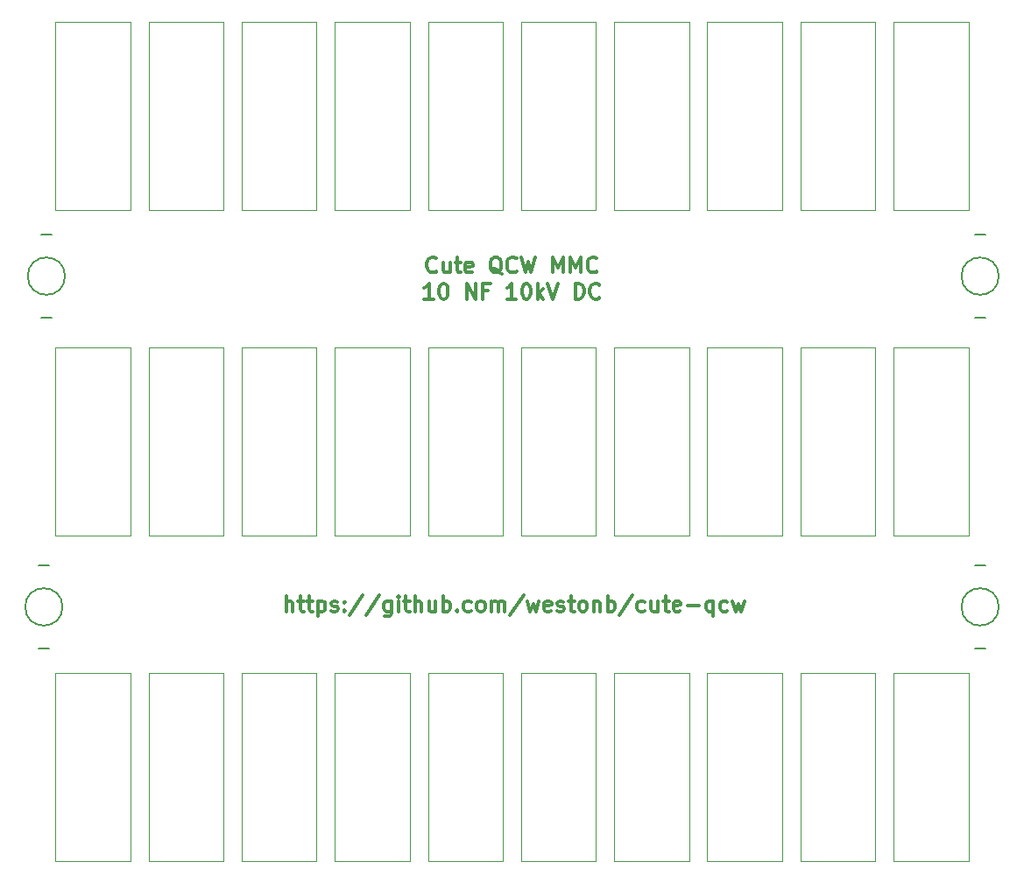
<source format=gbr>
G04 #@! TF.GenerationSoftware,KiCad,Pcbnew,5.0.2-bee76a0~70~ubuntu18.04.1*
G04 #@! TF.CreationDate,2019-01-25T00:18:25-08:00*
G04 #@! TF.ProjectId,mmc,6d6d632e-6b69-4636-9164-5f7063625858,rev?*
G04 #@! TF.SameCoordinates,Original*
G04 #@! TF.FileFunction,Legend,Top*
G04 #@! TF.FilePolarity,Positive*
%FSLAX46Y46*%
G04 Gerber Fmt 4.6, Leading zero omitted, Abs format (unit mm)*
G04 Created by KiCad (PCBNEW 5.0.2-bee76a0~70~ubuntu18.04.1) date Fri 25 Jan 2019 12:18:25 AM PST*
%MOMM*%
%LPD*%
G01*
G04 APERTURE LIST*
%ADD10C,0.300000*%
%ADD11C,0.120000*%
%ADD12C,0.150000*%
G04 APERTURE END LIST*
D10*
X78178571Y-126428571D02*
X78178571Y-124928571D01*
X78821428Y-126428571D02*
X78821428Y-125642857D01*
X78750000Y-125500000D01*
X78607142Y-125428571D01*
X78392857Y-125428571D01*
X78250000Y-125500000D01*
X78178571Y-125571428D01*
X79321428Y-125428571D02*
X79892857Y-125428571D01*
X79535714Y-124928571D02*
X79535714Y-126214285D01*
X79607142Y-126357142D01*
X79750000Y-126428571D01*
X79892857Y-126428571D01*
X80178571Y-125428571D02*
X80750000Y-125428571D01*
X80392857Y-124928571D02*
X80392857Y-126214285D01*
X80464285Y-126357142D01*
X80607142Y-126428571D01*
X80750000Y-126428571D01*
X81250000Y-125428571D02*
X81250000Y-126928571D01*
X81250000Y-125500000D02*
X81392857Y-125428571D01*
X81678571Y-125428571D01*
X81821428Y-125500000D01*
X81892857Y-125571428D01*
X81964285Y-125714285D01*
X81964285Y-126142857D01*
X81892857Y-126285714D01*
X81821428Y-126357142D01*
X81678571Y-126428571D01*
X81392857Y-126428571D01*
X81250000Y-126357142D01*
X82535714Y-126357142D02*
X82678571Y-126428571D01*
X82964285Y-126428571D01*
X83107142Y-126357142D01*
X83178571Y-126214285D01*
X83178571Y-126142857D01*
X83107142Y-126000000D01*
X82964285Y-125928571D01*
X82750000Y-125928571D01*
X82607142Y-125857142D01*
X82535714Y-125714285D01*
X82535714Y-125642857D01*
X82607142Y-125500000D01*
X82750000Y-125428571D01*
X82964285Y-125428571D01*
X83107142Y-125500000D01*
X83821428Y-126285714D02*
X83892857Y-126357142D01*
X83821428Y-126428571D01*
X83750000Y-126357142D01*
X83821428Y-126285714D01*
X83821428Y-126428571D01*
X83821428Y-125500000D02*
X83892857Y-125571428D01*
X83821428Y-125642857D01*
X83750000Y-125571428D01*
X83821428Y-125500000D01*
X83821428Y-125642857D01*
X85607142Y-124857142D02*
X84321428Y-126785714D01*
X87178571Y-124857142D02*
X85892857Y-126785714D01*
X88321428Y-125428571D02*
X88321428Y-126642857D01*
X88250000Y-126785714D01*
X88178571Y-126857142D01*
X88035714Y-126928571D01*
X87821428Y-126928571D01*
X87678571Y-126857142D01*
X88321428Y-126357142D02*
X88178571Y-126428571D01*
X87892857Y-126428571D01*
X87750000Y-126357142D01*
X87678571Y-126285714D01*
X87607142Y-126142857D01*
X87607142Y-125714285D01*
X87678571Y-125571428D01*
X87750000Y-125500000D01*
X87892857Y-125428571D01*
X88178571Y-125428571D01*
X88321428Y-125500000D01*
X89035714Y-126428571D02*
X89035714Y-125428571D01*
X89035714Y-124928571D02*
X88964285Y-125000000D01*
X89035714Y-125071428D01*
X89107142Y-125000000D01*
X89035714Y-124928571D01*
X89035714Y-125071428D01*
X89535714Y-125428571D02*
X90107142Y-125428571D01*
X89750000Y-124928571D02*
X89750000Y-126214285D01*
X89821428Y-126357142D01*
X89964285Y-126428571D01*
X90107142Y-126428571D01*
X90607142Y-126428571D02*
X90607142Y-124928571D01*
X91250000Y-126428571D02*
X91250000Y-125642857D01*
X91178571Y-125500000D01*
X91035714Y-125428571D01*
X90821428Y-125428571D01*
X90678571Y-125500000D01*
X90607142Y-125571428D01*
X92607142Y-125428571D02*
X92607142Y-126428571D01*
X91964285Y-125428571D02*
X91964285Y-126214285D01*
X92035714Y-126357142D01*
X92178571Y-126428571D01*
X92392857Y-126428571D01*
X92535714Y-126357142D01*
X92607142Y-126285714D01*
X93321428Y-126428571D02*
X93321428Y-124928571D01*
X93321428Y-125500000D02*
X93464285Y-125428571D01*
X93750000Y-125428571D01*
X93892857Y-125500000D01*
X93964285Y-125571428D01*
X94035714Y-125714285D01*
X94035714Y-126142857D01*
X93964285Y-126285714D01*
X93892857Y-126357142D01*
X93750000Y-126428571D01*
X93464285Y-126428571D01*
X93321428Y-126357142D01*
X94678571Y-126285714D02*
X94750000Y-126357142D01*
X94678571Y-126428571D01*
X94607142Y-126357142D01*
X94678571Y-126285714D01*
X94678571Y-126428571D01*
X96035714Y-126357142D02*
X95892857Y-126428571D01*
X95607142Y-126428571D01*
X95464285Y-126357142D01*
X95392857Y-126285714D01*
X95321428Y-126142857D01*
X95321428Y-125714285D01*
X95392857Y-125571428D01*
X95464285Y-125500000D01*
X95607142Y-125428571D01*
X95892857Y-125428571D01*
X96035714Y-125500000D01*
X96892857Y-126428571D02*
X96750000Y-126357142D01*
X96678571Y-126285714D01*
X96607142Y-126142857D01*
X96607142Y-125714285D01*
X96678571Y-125571428D01*
X96750000Y-125500000D01*
X96892857Y-125428571D01*
X97107142Y-125428571D01*
X97250000Y-125500000D01*
X97321428Y-125571428D01*
X97392857Y-125714285D01*
X97392857Y-126142857D01*
X97321428Y-126285714D01*
X97250000Y-126357142D01*
X97107142Y-126428571D01*
X96892857Y-126428571D01*
X98035714Y-126428571D02*
X98035714Y-125428571D01*
X98035714Y-125571428D02*
X98107142Y-125500000D01*
X98250000Y-125428571D01*
X98464285Y-125428571D01*
X98607142Y-125500000D01*
X98678571Y-125642857D01*
X98678571Y-126428571D01*
X98678571Y-125642857D02*
X98750000Y-125500000D01*
X98892857Y-125428571D01*
X99107142Y-125428571D01*
X99250000Y-125500000D01*
X99321428Y-125642857D01*
X99321428Y-126428571D01*
X101107142Y-124857142D02*
X99821428Y-126785714D01*
X101464285Y-125428571D02*
X101750000Y-126428571D01*
X102035714Y-125714285D01*
X102321428Y-126428571D01*
X102607142Y-125428571D01*
X103750000Y-126357142D02*
X103607142Y-126428571D01*
X103321428Y-126428571D01*
X103178571Y-126357142D01*
X103107142Y-126214285D01*
X103107142Y-125642857D01*
X103178571Y-125500000D01*
X103321428Y-125428571D01*
X103607142Y-125428571D01*
X103750000Y-125500000D01*
X103821428Y-125642857D01*
X103821428Y-125785714D01*
X103107142Y-125928571D01*
X104392857Y-126357142D02*
X104535714Y-126428571D01*
X104821428Y-126428571D01*
X104964285Y-126357142D01*
X105035714Y-126214285D01*
X105035714Y-126142857D01*
X104964285Y-126000000D01*
X104821428Y-125928571D01*
X104607142Y-125928571D01*
X104464285Y-125857142D01*
X104392857Y-125714285D01*
X104392857Y-125642857D01*
X104464285Y-125500000D01*
X104607142Y-125428571D01*
X104821428Y-125428571D01*
X104964285Y-125500000D01*
X105464285Y-125428571D02*
X106035714Y-125428571D01*
X105678571Y-124928571D02*
X105678571Y-126214285D01*
X105750000Y-126357142D01*
X105892857Y-126428571D01*
X106035714Y-126428571D01*
X106750000Y-126428571D02*
X106607142Y-126357142D01*
X106535714Y-126285714D01*
X106464285Y-126142857D01*
X106464285Y-125714285D01*
X106535714Y-125571428D01*
X106607142Y-125500000D01*
X106750000Y-125428571D01*
X106964285Y-125428571D01*
X107107142Y-125500000D01*
X107178571Y-125571428D01*
X107250000Y-125714285D01*
X107250000Y-126142857D01*
X107178571Y-126285714D01*
X107107142Y-126357142D01*
X106964285Y-126428571D01*
X106750000Y-126428571D01*
X107892857Y-125428571D02*
X107892857Y-126428571D01*
X107892857Y-125571428D02*
X107964285Y-125500000D01*
X108107142Y-125428571D01*
X108321428Y-125428571D01*
X108464285Y-125500000D01*
X108535714Y-125642857D01*
X108535714Y-126428571D01*
X109250000Y-126428571D02*
X109250000Y-124928571D01*
X109250000Y-125500000D02*
X109392857Y-125428571D01*
X109678571Y-125428571D01*
X109821428Y-125500000D01*
X109892857Y-125571428D01*
X109964285Y-125714285D01*
X109964285Y-126142857D01*
X109892857Y-126285714D01*
X109821428Y-126357142D01*
X109678571Y-126428571D01*
X109392857Y-126428571D01*
X109250000Y-126357142D01*
X111678571Y-124857142D02*
X110392857Y-126785714D01*
X112821428Y-126357142D02*
X112678571Y-126428571D01*
X112392857Y-126428571D01*
X112250000Y-126357142D01*
X112178571Y-126285714D01*
X112107142Y-126142857D01*
X112107142Y-125714285D01*
X112178571Y-125571428D01*
X112250000Y-125500000D01*
X112392857Y-125428571D01*
X112678571Y-125428571D01*
X112821428Y-125500000D01*
X114107142Y-125428571D02*
X114107142Y-126428571D01*
X113464285Y-125428571D02*
X113464285Y-126214285D01*
X113535714Y-126357142D01*
X113678571Y-126428571D01*
X113892857Y-126428571D01*
X114035714Y-126357142D01*
X114107142Y-126285714D01*
X114607142Y-125428571D02*
X115178571Y-125428571D01*
X114821428Y-124928571D02*
X114821428Y-126214285D01*
X114892857Y-126357142D01*
X115035714Y-126428571D01*
X115178571Y-126428571D01*
X116250000Y-126357142D02*
X116107142Y-126428571D01*
X115821428Y-126428571D01*
X115678571Y-126357142D01*
X115607142Y-126214285D01*
X115607142Y-125642857D01*
X115678571Y-125500000D01*
X115821428Y-125428571D01*
X116107142Y-125428571D01*
X116250000Y-125500000D01*
X116321428Y-125642857D01*
X116321428Y-125785714D01*
X115607142Y-125928571D01*
X116964285Y-125857142D02*
X118107142Y-125857142D01*
X119464285Y-125428571D02*
X119464285Y-126928571D01*
X119464285Y-126357142D02*
X119321428Y-126428571D01*
X119035714Y-126428571D01*
X118892857Y-126357142D01*
X118821428Y-126285714D01*
X118750000Y-126142857D01*
X118750000Y-125714285D01*
X118821428Y-125571428D01*
X118892857Y-125500000D01*
X119035714Y-125428571D01*
X119321428Y-125428571D01*
X119464285Y-125500000D01*
X120821428Y-126357142D02*
X120678571Y-126428571D01*
X120392857Y-126428571D01*
X120250000Y-126357142D01*
X120178571Y-126285714D01*
X120107142Y-126142857D01*
X120107142Y-125714285D01*
X120178571Y-125571428D01*
X120250000Y-125500000D01*
X120392857Y-125428571D01*
X120678571Y-125428571D01*
X120821428Y-125500000D01*
X121321428Y-125428571D02*
X121607142Y-126428571D01*
X121892857Y-125714285D01*
X122178571Y-126428571D01*
X122464285Y-125428571D01*
X92714285Y-93510714D02*
X92642857Y-93582142D01*
X92428571Y-93653571D01*
X92285714Y-93653571D01*
X92071428Y-93582142D01*
X91928571Y-93439285D01*
X91857142Y-93296428D01*
X91785714Y-93010714D01*
X91785714Y-92796428D01*
X91857142Y-92510714D01*
X91928571Y-92367857D01*
X92071428Y-92225000D01*
X92285714Y-92153571D01*
X92428571Y-92153571D01*
X92642857Y-92225000D01*
X92714285Y-92296428D01*
X94000000Y-92653571D02*
X94000000Y-93653571D01*
X93357142Y-92653571D02*
X93357142Y-93439285D01*
X93428571Y-93582142D01*
X93571428Y-93653571D01*
X93785714Y-93653571D01*
X93928571Y-93582142D01*
X94000000Y-93510714D01*
X94500000Y-92653571D02*
X95071428Y-92653571D01*
X94714285Y-92153571D02*
X94714285Y-93439285D01*
X94785714Y-93582142D01*
X94928571Y-93653571D01*
X95071428Y-93653571D01*
X96142857Y-93582142D02*
X96000000Y-93653571D01*
X95714285Y-93653571D01*
X95571428Y-93582142D01*
X95500000Y-93439285D01*
X95500000Y-92867857D01*
X95571428Y-92725000D01*
X95714285Y-92653571D01*
X96000000Y-92653571D01*
X96142857Y-92725000D01*
X96214285Y-92867857D01*
X96214285Y-93010714D01*
X95500000Y-93153571D01*
X99000000Y-93796428D02*
X98857142Y-93725000D01*
X98714285Y-93582142D01*
X98500000Y-93367857D01*
X98357142Y-93296428D01*
X98214285Y-93296428D01*
X98285714Y-93653571D02*
X98142857Y-93582142D01*
X98000000Y-93439285D01*
X97928571Y-93153571D01*
X97928571Y-92653571D01*
X98000000Y-92367857D01*
X98142857Y-92225000D01*
X98285714Y-92153571D01*
X98571428Y-92153571D01*
X98714285Y-92225000D01*
X98857142Y-92367857D01*
X98928571Y-92653571D01*
X98928571Y-93153571D01*
X98857142Y-93439285D01*
X98714285Y-93582142D01*
X98571428Y-93653571D01*
X98285714Y-93653571D01*
X100428571Y-93510714D02*
X100357142Y-93582142D01*
X100142857Y-93653571D01*
X100000000Y-93653571D01*
X99785714Y-93582142D01*
X99642857Y-93439285D01*
X99571428Y-93296428D01*
X99500000Y-93010714D01*
X99500000Y-92796428D01*
X99571428Y-92510714D01*
X99642857Y-92367857D01*
X99785714Y-92225000D01*
X100000000Y-92153571D01*
X100142857Y-92153571D01*
X100357142Y-92225000D01*
X100428571Y-92296428D01*
X100928571Y-92153571D02*
X101285714Y-93653571D01*
X101571428Y-92582142D01*
X101857142Y-93653571D01*
X102214285Y-92153571D01*
X103928571Y-93653571D02*
X103928571Y-92153571D01*
X104428571Y-93225000D01*
X104928571Y-92153571D01*
X104928571Y-93653571D01*
X105642857Y-93653571D02*
X105642857Y-92153571D01*
X106142857Y-93225000D01*
X106642857Y-92153571D01*
X106642857Y-93653571D01*
X108214285Y-93510714D02*
X108142857Y-93582142D01*
X107928571Y-93653571D01*
X107785714Y-93653571D01*
X107571428Y-93582142D01*
X107428571Y-93439285D01*
X107357142Y-93296428D01*
X107285714Y-93010714D01*
X107285714Y-92796428D01*
X107357142Y-92510714D01*
X107428571Y-92367857D01*
X107571428Y-92225000D01*
X107785714Y-92153571D01*
X107928571Y-92153571D01*
X108142857Y-92225000D01*
X108214285Y-92296428D01*
X92392857Y-96203571D02*
X91535714Y-96203571D01*
X91964285Y-96203571D02*
X91964285Y-94703571D01*
X91821428Y-94917857D01*
X91678571Y-95060714D01*
X91535714Y-95132142D01*
X93321428Y-94703571D02*
X93464285Y-94703571D01*
X93607142Y-94775000D01*
X93678571Y-94846428D01*
X93750000Y-94989285D01*
X93821428Y-95275000D01*
X93821428Y-95632142D01*
X93750000Y-95917857D01*
X93678571Y-96060714D01*
X93607142Y-96132142D01*
X93464285Y-96203571D01*
X93321428Y-96203571D01*
X93178571Y-96132142D01*
X93107142Y-96060714D01*
X93035714Y-95917857D01*
X92964285Y-95632142D01*
X92964285Y-95275000D01*
X93035714Y-94989285D01*
X93107142Y-94846428D01*
X93178571Y-94775000D01*
X93321428Y-94703571D01*
X95607142Y-96203571D02*
X95607142Y-94703571D01*
X96464285Y-96203571D01*
X96464285Y-94703571D01*
X97678571Y-95417857D02*
X97178571Y-95417857D01*
X97178571Y-96203571D02*
X97178571Y-94703571D01*
X97892857Y-94703571D01*
X100392857Y-96203571D02*
X99535714Y-96203571D01*
X99964285Y-96203571D02*
X99964285Y-94703571D01*
X99821428Y-94917857D01*
X99678571Y-95060714D01*
X99535714Y-95132142D01*
X101321428Y-94703571D02*
X101464285Y-94703571D01*
X101607142Y-94775000D01*
X101678571Y-94846428D01*
X101750000Y-94989285D01*
X101821428Y-95275000D01*
X101821428Y-95632142D01*
X101750000Y-95917857D01*
X101678571Y-96060714D01*
X101607142Y-96132142D01*
X101464285Y-96203571D01*
X101321428Y-96203571D01*
X101178571Y-96132142D01*
X101107142Y-96060714D01*
X101035714Y-95917857D01*
X100964285Y-95632142D01*
X100964285Y-95275000D01*
X101035714Y-94989285D01*
X101107142Y-94846428D01*
X101178571Y-94775000D01*
X101321428Y-94703571D01*
X102464285Y-96203571D02*
X102464285Y-94703571D01*
X102607142Y-95632142D02*
X103035714Y-96203571D01*
X103035714Y-95203571D02*
X102464285Y-95775000D01*
X103464285Y-94703571D02*
X103964285Y-96203571D01*
X104464285Y-94703571D01*
X106107142Y-96203571D02*
X106107142Y-94703571D01*
X106464285Y-94703571D01*
X106678571Y-94775000D01*
X106821428Y-94917857D01*
X106892857Y-95060714D01*
X106964285Y-95346428D01*
X106964285Y-95560714D01*
X106892857Y-95846428D01*
X106821428Y-95989285D01*
X106678571Y-96132142D01*
X106464285Y-96203571D01*
X106107142Y-96203571D01*
X108464285Y-96060714D02*
X108392857Y-96132142D01*
X108178571Y-96203571D01*
X108035714Y-96203571D01*
X107821428Y-96132142D01*
X107678571Y-95989285D01*
X107607142Y-95846428D01*
X107535714Y-95560714D01*
X107535714Y-95346428D01*
X107607142Y-95060714D01*
X107678571Y-94917857D01*
X107821428Y-94775000D01*
X108035714Y-94703571D01*
X108178571Y-94703571D01*
X108392857Y-94775000D01*
X108464285Y-94846428D01*
D11*
G04 #@! TO.C,C1001*
X55880000Y-87620000D02*
X55880000Y-69380000D01*
X63120000Y-87620000D02*
X63120000Y-69380000D01*
X55880000Y-87620000D02*
X63120000Y-87620000D01*
X55880000Y-69380000D02*
X63120000Y-69380000D01*
G04 #@! TO.C,C1002*
X72120000Y-87620000D02*
X64880000Y-87620000D01*
X72120000Y-69380000D02*
X64880000Y-69380000D01*
X64880000Y-69380000D02*
X64880000Y-87620000D01*
X72120000Y-69380000D02*
X72120000Y-87620000D01*
G04 #@! TO.C,C1003*
X73880000Y-87620000D02*
X73880000Y-69380000D01*
X81120000Y-87620000D02*
X81120000Y-69380000D01*
X73880000Y-87620000D02*
X81120000Y-87620000D01*
X73880000Y-69380000D02*
X81120000Y-69380000D01*
G04 #@! TO.C,C1004*
X90120000Y-87620000D02*
X82880000Y-87620000D01*
X90120000Y-69380000D02*
X82880000Y-69380000D01*
X82880000Y-69380000D02*
X82880000Y-87620000D01*
X90120000Y-69380000D02*
X90120000Y-87620000D01*
G04 #@! TO.C,C1005*
X91880000Y-87620000D02*
X91880000Y-69380000D01*
X99120000Y-87620000D02*
X99120000Y-69380000D01*
X91880000Y-87620000D02*
X99120000Y-87620000D01*
X91880000Y-69380000D02*
X99120000Y-69380000D01*
G04 #@! TO.C,C1006*
X108120000Y-87620000D02*
X100880000Y-87620000D01*
X108120000Y-69380000D02*
X100880000Y-69380000D01*
X100880000Y-69380000D02*
X100880000Y-87620000D01*
X108120000Y-69380000D02*
X108120000Y-87620000D01*
G04 #@! TO.C,C1007*
X109880000Y-87620000D02*
X109880000Y-69380000D01*
X117120000Y-87620000D02*
X117120000Y-69380000D01*
X109880000Y-87620000D02*
X117120000Y-87620000D01*
X109880000Y-69380000D02*
X117120000Y-69380000D01*
G04 #@! TO.C,C1008*
X126120000Y-87620000D02*
X118880000Y-87620000D01*
X126120000Y-69380000D02*
X118880000Y-69380000D01*
X118880000Y-69380000D02*
X118880000Y-87620000D01*
X126120000Y-69380000D02*
X126120000Y-87620000D01*
G04 #@! TO.C,C1009*
X127880000Y-87620000D02*
X127880000Y-69380000D01*
X135120000Y-87620000D02*
X135120000Y-69380000D01*
X127880000Y-87620000D02*
X135120000Y-87620000D01*
X127880000Y-69380000D02*
X135120000Y-69380000D01*
G04 #@! TO.C,C1010*
X144120000Y-87620000D02*
X136880000Y-87620000D01*
X144120000Y-69380000D02*
X136880000Y-69380000D01*
X136880000Y-69380000D02*
X136880000Y-87620000D01*
X144120000Y-69380000D02*
X144120000Y-87620000D01*
G04 #@! TO.C,C1011*
X63120000Y-100880000D02*
X63120000Y-119120000D01*
X55880000Y-100880000D02*
X55880000Y-119120000D01*
X63120000Y-100880000D02*
X55880000Y-100880000D01*
X63120000Y-119120000D02*
X55880000Y-119120000D01*
G04 #@! TO.C,C1012*
X64880000Y-100880000D02*
X72120000Y-100880000D01*
X64880000Y-119120000D02*
X72120000Y-119120000D01*
X72120000Y-119120000D02*
X72120000Y-100880000D01*
X64880000Y-119120000D02*
X64880000Y-100880000D01*
G04 #@! TO.C,C1013*
X81120000Y-119120000D02*
X73880000Y-119120000D01*
X81120000Y-100880000D02*
X73880000Y-100880000D01*
X73880000Y-100880000D02*
X73880000Y-119120000D01*
X81120000Y-100880000D02*
X81120000Y-119120000D01*
G04 #@! TO.C,C1014*
X82880000Y-100880000D02*
X90120000Y-100880000D01*
X82880000Y-119120000D02*
X90120000Y-119120000D01*
X90120000Y-119120000D02*
X90120000Y-100880000D01*
X82880000Y-119120000D02*
X82880000Y-100880000D01*
G04 #@! TO.C,C1015*
X99120000Y-100880000D02*
X99120000Y-119120000D01*
X91880000Y-100880000D02*
X91880000Y-119120000D01*
X99120000Y-100880000D02*
X91880000Y-100880000D01*
X99120000Y-119120000D02*
X91880000Y-119120000D01*
G04 #@! TO.C,C1016*
X100880000Y-100880000D02*
X108120000Y-100880000D01*
X100880000Y-119120000D02*
X108120000Y-119120000D01*
X108120000Y-119120000D02*
X108120000Y-100880000D01*
X100880000Y-119120000D02*
X100880000Y-100880000D01*
G04 #@! TO.C,C1017*
X117120000Y-100880000D02*
X117120000Y-119120000D01*
X109880000Y-100880000D02*
X109880000Y-119120000D01*
X117120000Y-100880000D02*
X109880000Y-100880000D01*
X117120000Y-119120000D02*
X109880000Y-119120000D01*
G04 #@! TO.C,C1018*
X118880000Y-119120000D02*
X118880000Y-100880000D01*
X126120000Y-119120000D02*
X126120000Y-100880000D01*
X118880000Y-119120000D02*
X126120000Y-119120000D01*
X118880000Y-100880000D02*
X126120000Y-100880000D01*
G04 #@! TO.C,C1019*
X135120000Y-119120000D02*
X127880000Y-119120000D01*
X135120000Y-100880000D02*
X127880000Y-100880000D01*
X127880000Y-100880000D02*
X127880000Y-119120000D01*
X135120000Y-100880000D02*
X135120000Y-119120000D01*
G04 #@! TO.C,C1020*
X136880000Y-119120000D02*
X136880000Y-100880000D01*
X144120000Y-119120000D02*
X144120000Y-100880000D01*
X136880000Y-119120000D02*
X144120000Y-119120000D01*
X136880000Y-100880000D02*
X144120000Y-100880000D01*
G04 #@! TO.C,C1021*
X63120000Y-150620000D02*
X55880000Y-150620000D01*
X63120000Y-132380000D02*
X55880000Y-132380000D01*
X55880000Y-132380000D02*
X55880000Y-150620000D01*
X63120000Y-132380000D02*
X63120000Y-150620000D01*
G04 #@! TO.C,C1022*
X64880000Y-150620000D02*
X64880000Y-132380000D01*
X72120000Y-150620000D02*
X72120000Y-132380000D01*
X64880000Y-150620000D02*
X72120000Y-150620000D01*
X64880000Y-132380000D02*
X72120000Y-132380000D01*
G04 #@! TO.C,C1023*
X81120000Y-150620000D02*
X73880000Y-150620000D01*
X81120000Y-132380000D02*
X73880000Y-132380000D01*
X73880000Y-132380000D02*
X73880000Y-150620000D01*
X81120000Y-132380000D02*
X81120000Y-150620000D01*
G04 #@! TO.C,C1024*
X82880000Y-150620000D02*
X82880000Y-132380000D01*
X90120000Y-150620000D02*
X90120000Y-132380000D01*
X82880000Y-150620000D02*
X90120000Y-150620000D01*
X82880000Y-132380000D02*
X90120000Y-132380000D01*
G04 #@! TO.C,C1025*
X99120000Y-150620000D02*
X91880000Y-150620000D01*
X99120000Y-132380000D02*
X91880000Y-132380000D01*
X91880000Y-132380000D02*
X91880000Y-150620000D01*
X99120000Y-132380000D02*
X99120000Y-150620000D01*
G04 #@! TO.C,C1026*
X100880000Y-150620000D02*
X100880000Y-132380000D01*
X108120000Y-150620000D02*
X108120000Y-132380000D01*
X100880000Y-150620000D02*
X108120000Y-150620000D01*
X100880000Y-132380000D02*
X108120000Y-132380000D01*
G04 #@! TO.C,C1027*
X117120000Y-150620000D02*
X109880000Y-150620000D01*
X117120000Y-132380000D02*
X109880000Y-132380000D01*
X109880000Y-132380000D02*
X109880000Y-150620000D01*
X117120000Y-132380000D02*
X117120000Y-150620000D01*
G04 #@! TO.C,C1028*
X118880000Y-150620000D02*
X118880000Y-132380000D01*
X126120000Y-150620000D02*
X126120000Y-132380000D01*
X118880000Y-150620000D02*
X126120000Y-150620000D01*
X118880000Y-132380000D02*
X126120000Y-132380000D01*
G04 #@! TO.C,C1029*
X135120000Y-150620000D02*
X127880000Y-150620000D01*
X135120000Y-132380000D02*
X127880000Y-132380000D01*
X127880000Y-132380000D02*
X127880000Y-150620000D01*
X135120000Y-132380000D02*
X135120000Y-150620000D01*
G04 #@! TO.C,C1030*
X136880000Y-150620000D02*
X136880000Y-132380000D01*
X144120000Y-150620000D02*
X144120000Y-132380000D01*
X136880000Y-150620000D02*
X144120000Y-150620000D01*
X136880000Y-132380000D02*
X144120000Y-132380000D01*
D12*
G04 #@! TO.C,J1001*
X56802776Y-94000000D02*
G75*
G03X56802776Y-94000000I-1802776J0D01*
G01*
X54500000Y-90000000D02*
X55500000Y-90000000D01*
X54500000Y-98000000D02*
X55500000Y-98000000D01*
G04 #@! TO.C,J1002*
X144750000Y-130000000D02*
X145750000Y-130000000D01*
X144750000Y-122000000D02*
X145750000Y-122000000D01*
X147052776Y-126000000D02*
G75*
G03X147052776Y-126000000I-1802776J0D01*
G01*
G04 #@! TO.C,J1007*
X54250000Y-130000000D02*
X55250000Y-130000000D01*
X54250000Y-122000000D02*
X55250000Y-122000000D01*
X56552776Y-126000000D02*
G75*
G03X56552776Y-126000000I-1802776J0D01*
G01*
G04 #@! TO.C,J1008*
X147052776Y-94000000D02*
G75*
G03X147052776Y-94000000I-1802776J0D01*
G01*
X144750000Y-90000000D02*
X145750000Y-90000000D01*
X144750000Y-98000000D02*
X145750000Y-98000000D01*
G04 #@! TD*
M02*

</source>
